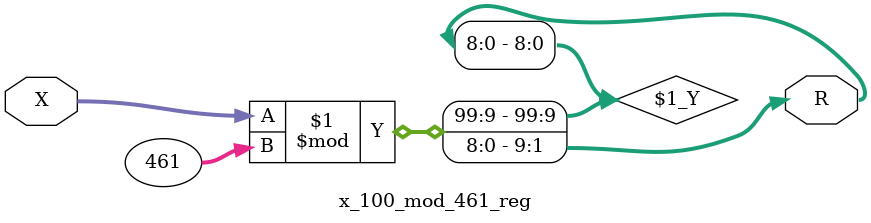
<source format=v>
module x_100_mod_461_reg(
    input [100:1] X,
    output [9:1] R
    );


assign R = X % 461;

endmodule

</source>
